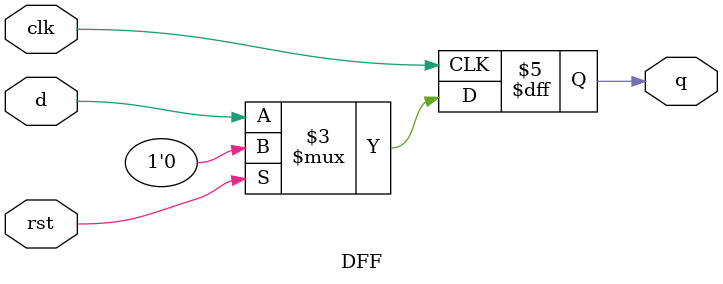
<source format=v>
`timescale 1ns / 1ps
module DFF(
    input d,
    input rst,
    input clk,
    output reg q
    );

always @ (posedge clk)
begin
    if(rst)
        q <= 0;
    else
        q <= d;
end

endmodule

</source>
